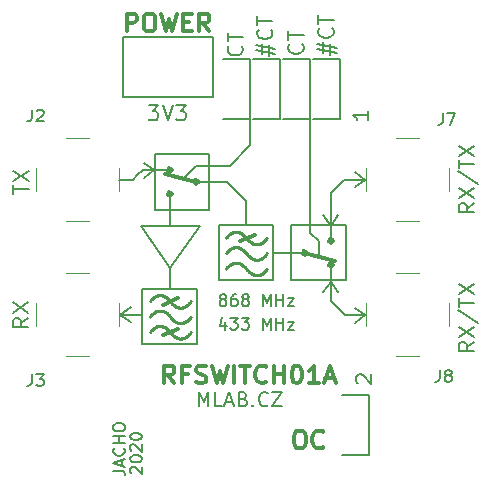
<source format=gbr>
%TF.GenerationSoftware,KiCad,Pcbnew,7.0.7-7.0.7~ubuntu23.04.1*%
%TF.CreationDate,2023-09-11T00:59:19+00:00*%
%TF.ProjectId,RFSWITCH01,52465357-4954-4434-9830-312e6b696361,rev?*%
%TF.SameCoordinates,Original*%
%TF.FileFunction,Legend,Top*%
%TF.FilePolarity,Positive*%
%FSLAX46Y46*%
G04 Gerber Fmt 4.6, Leading zero omitted, Abs format (unit mm)*
G04 Created by KiCad (PCBNEW 7.0.7-7.0.7~ubuntu23.04.1) date 2023-09-11 00:59:19*
%MOMM*%
%LPD*%
G01*
G04 APERTURE LIST*
%ADD10C,0.281999*%
%ADD11C,0.150000*%
%ADD12C,0.500000*%
%ADD13C,0.028222*%
%ADD14C,0.300000*%
%ADD15C,0.200000*%
%ADD16C,0.120000*%
G04 APERTURE END LIST*
D10*
X149791433Y-98746633D02*
X149738731Y-98790221D01*
X156136509Y-94773032D02*
X156083187Y-94808728D01*
D11*
X145899800Y-98290000D02*
X144091609Y-98290000D01*
D10*
X148419870Y-98599437D02*
X148364632Y-98537272D01*
X149895809Y-97339400D02*
X149843799Y-97390780D01*
X156500327Y-93105356D02*
X156449491Y-93168241D01*
X149197152Y-100314037D02*
X149141938Y-100312998D01*
X148530678Y-100018567D02*
X148475225Y-99965431D01*
X155037010Y-94702025D02*
X154981478Y-94653367D01*
X153491903Y-91371271D02*
X153545741Y-91343566D01*
D11*
X144091609Y-98290000D02*
X144960000Y-98925000D01*
D10*
X156346609Y-93282556D02*
X156294599Y-93333936D01*
X149632387Y-98865572D02*
X149578782Y-98897285D01*
X147588456Y-96643836D02*
X147643965Y-96657566D01*
X155975712Y-94868147D02*
X155921596Y-94891821D01*
X147588456Y-97952192D02*
X147643965Y-97965922D01*
X149632387Y-100173928D02*
X149578782Y-100205641D01*
X155092604Y-92129519D02*
X155037010Y-92085313D01*
X153332038Y-91478336D02*
X153385033Y-91438681D01*
D11*
X161912600Y-94069000D02*
X161912600Y-97117000D01*
D10*
X146570527Y-99779912D02*
X146621360Y-99717028D01*
D11*
X148165000Y-86030600D02*
X146005000Y-86030600D01*
X148255000Y-94311000D02*
X148255000Y-96055000D01*
D10*
X147094941Y-98017122D02*
X147149026Y-97993448D01*
D11*
X161912600Y-92037000D02*
X161912600Y-87973000D01*
X163967604Y-97713900D02*
X164835995Y-98348900D01*
D12*
X148365000Y-88062600D02*
G75*
G03*
X148365000Y-88062600I-100000J0D01*
G01*
D10*
X154039256Y-93895348D02*
X154094765Y-93909078D01*
X153123398Y-92984397D02*
X153175022Y-92929157D01*
X147367476Y-97939572D02*
X147422527Y-97936431D01*
X155647952Y-92332125D02*
X155592738Y-92331086D01*
X148586210Y-97450513D02*
X148530678Y-97401855D01*
X147367476Y-99247928D02*
X147422527Y-99244787D01*
X146776215Y-99551332D02*
X146828560Y-99503836D01*
X148200020Y-99651032D02*
X148255335Y-99713196D01*
X149252229Y-100310897D02*
X149197152Y-100314037D01*
X147257864Y-99266653D02*
X147312582Y-99255225D01*
X156189531Y-94733377D02*
X156136509Y-94773032D01*
X149738731Y-97481865D02*
X149685709Y-97521520D01*
X147257864Y-97958297D02*
X147312582Y-97946869D01*
D11*
X161912600Y-97117000D02*
X163131800Y-98336200D01*
X155080000Y-83959800D02*
X153378200Y-85661600D01*
D10*
X148033511Y-99491599D02*
X148089090Y-99540258D01*
X154317327Y-91390328D02*
X154373012Y-91425703D01*
X148364632Y-98537272D02*
X148309527Y-98470556D01*
X153227015Y-92877776D02*
X153279360Y-92830280D01*
X156189531Y-92116665D02*
X156136509Y-92156320D01*
X149416451Y-98968281D02*
X149361896Y-98983816D01*
X147094941Y-96708766D02*
X147149026Y-96685092D01*
X146672598Y-98349597D02*
X146724222Y-98294357D01*
X146987527Y-98076541D02*
X147041103Y-98044827D01*
X149361896Y-97675460D02*
X149307150Y-97686888D01*
X148033511Y-98183243D02*
X148089090Y-98231902D01*
X149578782Y-98897285D02*
X149524912Y-98924991D01*
X153491903Y-93987983D02*
X153545741Y-93960278D01*
D11*
X164835995Y-98348900D02*
X163967604Y-97713900D01*
D10*
X147699544Y-96675575D02*
X147755176Y-96697889D01*
X147977879Y-99447394D02*
X148033511Y-99491599D01*
X147041103Y-96736471D02*
X147094941Y-96708766D01*
X155812696Y-92310260D02*
X155757950Y-92321688D01*
D11*
X145962200Y-96081400D02*
X150585000Y-96081400D01*
X150585000Y-100755000D01*
X145962200Y-100755000D01*
X145962200Y-96081400D01*
D10*
X146776215Y-98242976D02*
X146828560Y-98195480D01*
X153279360Y-91521924D02*
X153332038Y-91478336D01*
X154428679Y-92773838D02*
X154484311Y-92818043D01*
X154094765Y-92600722D02*
X154150344Y-92618731D01*
X154981478Y-93345011D02*
X154926025Y-93291875D01*
D11*
X160160000Y-91376600D02*
X160871200Y-92087800D01*
X145540600Y-86495000D02*
X145140600Y-86895000D01*
D10*
X155592738Y-93639442D02*
X155537404Y-93634197D01*
X153599826Y-92628248D02*
X153654140Y-92608632D01*
D11*
X163131800Y-98336200D02*
X164909800Y-98336200D01*
D10*
X147755176Y-98006245D02*
X147810843Y-98032888D01*
X156189531Y-93425021D02*
X156136509Y-93464676D01*
X153545741Y-92651922D02*
X153599826Y-92628248D01*
X148255335Y-99713196D02*
X148310527Y-99779912D01*
X148530678Y-98710211D02*
X148475225Y-98657075D01*
X147367476Y-96631216D02*
X147422527Y-96628075D01*
X148089090Y-96923546D02*
X148144599Y-96976682D01*
X147094941Y-99325478D02*
X147149026Y-99301804D01*
X154981478Y-94653367D02*
X154926025Y-94600231D01*
D11*
X161925300Y-95514405D02*
X162560300Y-96382796D01*
D10*
X156294599Y-92025580D02*
X156242233Y-92073077D01*
X155757950Y-93630044D02*
X155703029Y-93637341D01*
X146724222Y-98294357D02*
X146776215Y-98242976D01*
D12*
X159777400Y-93053000D02*
G75*
G03*
X159777400Y-93053000I-100000J0D01*
G01*
D11*
X161925300Y-95514405D02*
X161290300Y-96382796D01*
D10*
X153385033Y-92747037D02*
X153438327Y-92711341D01*
X155921596Y-94891821D02*
X155867251Y-94911437D01*
X149524912Y-98924991D02*
X149470796Y-98948665D01*
X156136509Y-93464676D02*
X156083187Y-93500372D01*
X153873327Y-92571231D02*
X153928520Y-92572271D01*
X149307150Y-98995244D02*
X149252229Y-99002541D01*
X156500327Y-91797000D02*
X156449491Y-91859885D01*
X153227015Y-91569420D02*
X153279360Y-91521924D01*
X146934233Y-96803881D02*
X146987527Y-96768185D01*
X153763382Y-91273313D02*
X153818276Y-91266016D01*
D13*
X154903327Y-93249356D02*
X154903327Y-93249356D01*
D10*
X154650820Y-92977476D02*
X154706135Y-93039640D01*
X155867251Y-92294725D02*
X155812696Y-92310260D01*
X154428679Y-91465482D02*
X154484311Y-91509687D01*
X153873327Y-93879587D02*
X153928520Y-93880627D01*
X154373012Y-92734059D02*
X154428679Y-92773838D01*
X146828560Y-98195480D02*
X146881238Y-98151892D01*
D14*
X150500200Y-87046600D02*
X147909400Y-86386200D01*
D10*
X155203905Y-92204672D02*
X155148242Y-92169297D01*
X155315236Y-92262312D02*
X155259576Y-92235669D01*
D13*
X154903327Y-94557712D02*
X154903327Y-94557712D01*
D10*
X147977879Y-96830682D02*
X148033511Y-96874887D01*
D11*
X164835995Y-86868100D02*
X163967604Y-87503100D01*
D10*
X146570527Y-97163200D02*
X146621360Y-97100316D01*
X148697442Y-100151209D02*
X148641804Y-100111431D01*
X153438327Y-92711341D02*
X153491903Y-92679627D01*
X155975712Y-93559791D02*
X155921596Y-93583465D01*
X154815432Y-93172072D02*
X154760327Y-93105356D01*
X148753105Y-98878228D02*
X148697442Y-98842853D01*
X149947446Y-98592516D02*
X149895809Y-98647756D01*
X153175022Y-94237513D02*
X153227015Y-94186132D01*
X148419870Y-99907793D02*
X148364632Y-99845628D01*
X147643965Y-99274278D02*
X147699544Y-99292287D01*
D11*
X161290300Y-96382796D02*
X161925300Y-95514405D01*
X161899900Y-90743995D02*
X162534900Y-89875604D01*
X146005000Y-86030600D02*
X145540600Y-86495000D01*
D10*
X153385033Y-91438681D02*
X153438327Y-91402985D01*
X148753105Y-100186584D02*
X148697442Y-100151209D01*
X155037010Y-92085313D02*
X154981478Y-92036655D01*
X148200020Y-98342676D02*
X148255335Y-98404840D01*
X153545741Y-93960278D02*
X153599826Y-93936604D01*
X153021327Y-94414712D02*
X153072160Y-94351828D01*
X155703029Y-92328985D02*
X155647952Y-92332125D01*
X154926025Y-94600231D02*
X154870670Y-94542593D01*
X147922212Y-98099259D02*
X147977879Y-98139038D01*
X148864436Y-97627512D02*
X148808776Y-97600869D01*
X147257864Y-96649941D02*
X147312582Y-96638513D01*
X153654140Y-93916988D02*
X153708664Y-93901453D01*
X147643965Y-97965922D02*
X147699544Y-97983931D01*
X149252229Y-99002541D02*
X149197152Y-99005681D01*
D11*
X146086004Y-85420300D02*
X146954395Y-86055300D01*
D10*
X147149026Y-96685092D02*
X147203340Y-96665476D01*
X148089090Y-98231902D02*
X148144599Y-98285038D01*
X147149026Y-97993448D02*
X147203340Y-97973832D01*
X147866527Y-96755528D02*
X147922212Y-96790903D01*
X147203340Y-99282188D02*
X147257864Y-99266653D01*
X156136509Y-92156320D02*
X156083187Y-92192016D01*
D11*
X144960000Y-98925000D02*
X144091609Y-98290000D01*
D10*
X147866527Y-98063884D02*
X147922212Y-98099259D01*
X148697442Y-98842853D02*
X148641804Y-98803075D01*
X155537404Y-94942553D02*
X155481969Y-94933077D01*
X146881238Y-99460248D02*
X146934233Y-99420593D01*
X153021327Y-91798000D02*
X153072160Y-91735116D01*
X154094765Y-91292366D02*
X154150344Y-91310375D01*
X153385033Y-94055393D02*
X153438327Y-94019697D01*
X149141938Y-97696286D02*
X149086604Y-97691041D01*
X149086604Y-97691041D02*
X149031169Y-97681565D01*
X155537404Y-93634197D02*
X155481969Y-93624721D01*
X149578782Y-97588929D02*
X149524912Y-97616635D01*
X156242233Y-94689789D02*
X156189531Y-94733377D01*
X149141938Y-99004642D02*
X149086604Y-98999397D01*
X154650820Y-94285832D02*
X154706135Y-94347996D01*
X155370867Y-93592982D02*
X155315236Y-93570668D01*
X147203340Y-97973832D02*
X147257864Y-97958297D01*
X153072160Y-91735116D02*
X153123398Y-91676041D01*
X148033511Y-96874887D02*
X148089090Y-96923546D01*
X154150344Y-92618731D02*
X154205976Y-92641045D01*
X147922212Y-96790903D02*
X147977879Y-96830682D01*
D11*
X158559800Y-90716200D02*
X163182600Y-90716200D01*
X163182600Y-95389800D01*
X158559800Y-95389800D01*
X158559800Y-90716200D01*
D10*
X154815432Y-91863716D02*
X154760327Y-91797000D01*
X146621360Y-97100316D02*
X146672598Y-97041241D01*
X148697442Y-97534497D02*
X148641804Y-97494719D01*
X148586210Y-98758869D02*
X148530678Y-98710211D01*
X156449491Y-93168241D02*
X156398246Y-93227316D01*
X148144599Y-96976682D02*
X148200020Y-97034320D01*
X146570527Y-98471556D02*
X146621360Y-98408672D01*
X149738731Y-98790221D02*
X149685709Y-98829876D01*
X154870670Y-93234237D02*
X154815432Y-93172072D01*
X146672598Y-97041241D02*
X146724222Y-96986001D01*
X149361896Y-98983816D02*
X149307150Y-98995244D01*
X154926025Y-91983519D02*
X154870670Y-91925881D01*
X146934233Y-99420593D02*
X146987527Y-99384897D01*
D11*
X152413000Y-90716200D02*
X157035800Y-90716200D01*
X157035800Y-95389800D01*
X152413000Y-95389800D01*
X152413000Y-90716200D01*
D10*
X147533035Y-99251072D02*
X147588456Y-99260548D01*
X156346609Y-91974200D02*
X156294599Y-92025580D01*
X149307150Y-97686888D02*
X149252229Y-97694185D01*
X149416451Y-97659925D02*
X149361896Y-97675460D01*
X148808776Y-100217581D02*
X148753105Y-100186584D01*
X155647952Y-93640481D02*
X155592738Y-93639442D01*
X149470796Y-97640309D02*
X149416451Y-97659925D01*
X155757950Y-94938400D02*
X155703029Y-94945697D01*
X149632387Y-97557216D02*
X149578782Y-97588929D01*
X155370867Y-92284626D02*
X155315236Y-92262312D01*
X147312582Y-99255225D02*
X147367476Y-99247928D01*
X154595399Y-94228194D02*
X154650820Y-94285832D01*
D13*
X148452527Y-98614556D02*
X148452527Y-98614556D01*
D10*
X156449491Y-94476597D02*
X156398246Y-94535672D01*
X154205976Y-92641045D02*
X154261643Y-92667688D01*
X155592738Y-92331086D02*
X155537404Y-92325841D01*
X156029582Y-94840441D02*
X155975712Y-94868147D01*
X149470796Y-100257021D02*
X149416451Y-100276637D01*
X146987527Y-96768185D02*
X147041103Y-96736471D01*
X149416451Y-100276637D02*
X149361896Y-100292172D01*
X149031169Y-100298277D02*
X148975650Y-100284547D01*
D12*
X148365000Y-86030600D02*
G75*
G03*
X148365000Y-86030600I-100000J0D01*
G01*
D10*
X147533035Y-97942716D02*
X147588456Y-97952192D01*
D11*
X162534900Y-89875604D02*
X161899900Y-90743995D01*
D10*
X149895809Y-99956112D02*
X149843799Y-100007492D01*
D11*
X150495000Y-87035000D02*
X150500200Y-87075000D01*
X160160000Y-81750000D02*
X160160000Y-91376600D01*
D10*
X149524912Y-97616635D02*
X149470796Y-97640309D01*
X149998691Y-98533441D02*
X149947446Y-98592516D01*
X155921596Y-92275109D02*
X155867251Y-92294725D01*
X149998691Y-99841797D02*
X149947446Y-99900872D01*
X148920067Y-97649826D02*
X148864436Y-97627512D01*
D11*
X153378200Y-85661600D02*
X150533400Y-85661600D01*
D10*
X149031169Y-97681565D02*
X148975650Y-97667835D01*
D11*
X161899900Y-90743995D02*
X161264900Y-89875604D01*
D10*
X149791433Y-100054989D02*
X149738731Y-100098577D01*
X154981478Y-92036655D02*
X154926025Y-91983519D01*
X153654140Y-92608632D02*
X153708664Y-92593097D01*
X155592738Y-94947798D02*
X155537404Y-94942553D01*
X155315236Y-94879024D02*
X155259576Y-94852381D01*
X149843799Y-100007492D02*
X149791433Y-100054989D01*
X156083187Y-92192016D02*
X156029582Y-92223729D01*
X147477720Y-97937471D02*
X147533035Y-97942716D01*
X156029582Y-92223729D02*
X155975712Y-92251435D01*
X156294599Y-93333936D02*
X156242233Y-93381433D01*
X153438327Y-91402985D02*
X153491903Y-91371271D01*
D11*
X161912600Y-87973000D02*
X162928600Y-86957000D01*
D10*
X147312582Y-97946869D02*
X147367476Y-97939572D01*
X148864436Y-100244224D02*
X148808776Y-100217581D01*
X155259576Y-92235669D02*
X155203905Y-92204672D01*
X147755176Y-99314601D02*
X147810843Y-99341244D01*
D11*
X144091609Y-98290000D02*
X144960000Y-97655000D01*
D10*
X155812696Y-93618616D02*
X155757950Y-93630044D01*
X154650820Y-91669120D02*
X154706135Y-91731284D01*
D12*
X162012600Y-92037000D02*
G75*
G03*
X162012600Y-92037000I-100000J0D01*
G01*
D10*
X148586210Y-100067225D02*
X148530678Y-100018567D01*
X148920067Y-98958182D02*
X148864436Y-98935868D01*
D14*
X147735000Y-100040000D02*
X148995000Y-99490000D01*
D10*
X153332038Y-94095048D02*
X153385033Y-94055393D01*
X154484311Y-92818043D02*
X154539890Y-92866702D01*
D14*
X154255000Y-92090000D02*
X155515000Y-91540000D01*
D10*
X154706135Y-94347996D02*
X154761327Y-94414712D01*
X154539890Y-94175058D02*
X154595399Y-94228194D01*
X148808776Y-97600869D02*
X148753105Y-97569872D01*
X156294599Y-94642292D02*
X156242233Y-94689789D01*
D11*
X162928600Y-86957000D02*
X163030200Y-86855400D01*
D10*
X149197152Y-99005681D02*
X149141938Y-99004642D01*
X154039256Y-92586992D02*
X154094765Y-92600722D01*
D13*
X148452527Y-99922912D02*
X148452527Y-99922912D01*
D10*
X154317327Y-92698684D02*
X154373012Y-92734059D01*
X148475225Y-97348719D02*
X148419870Y-97291081D01*
X147312582Y-96638513D02*
X147367476Y-96631216D01*
X155426450Y-94919347D02*
X155370867Y-94901338D01*
X148753105Y-97569872D02*
X148697442Y-97534497D01*
X154373012Y-91425703D02*
X154428679Y-91465482D01*
X146776215Y-96934620D02*
X146828560Y-96887124D01*
X147422527Y-99244787D02*
X147477720Y-99245827D01*
X153708664Y-91284741D02*
X153763382Y-91273313D01*
X153873327Y-91262875D02*
X153928520Y-91263915D01*
X153928520Y-92572271D02*
X153983835Y-92577516D01*
X146881238Y-98151892D02*
X146934233Y-98112237D01*
X154706135Y-93039640D02*
X154761327Y-93106356D01*
X156346609Y-94590912D02*
X156294599Y-94642292D01*
X147203340Y-96665476D02*
X147257864Y-96649941D01*
X154039256Y-91278636D02*
X154094765Y-91292366D01*
X155148242Y-94786009D02*
X155092604Y-94746231D01*
X153763382Y-93890025D02*
X153818276Y-93882728D01*
X153599826Y-93936604D02*
X153654140Y-93916988D01*
X154094765Y-93909078D02*
X154150344Y-93927087D01*
X149998691Y-97225085D02*
X149947446Y-97284160D01*
X155315236Y-93570668D02*
X155259576Y-93544025D01*
X156029582Y-93532085D02*
X155975712Y-93559791D01*
X149141938Y-100312998D02*
X149086604Y-100307753D01*
X149361896Y-100292172D02*
X149307150Y-100303600D01*
X147422527Y-97936431D02*
X147477720Y-97937471D01*
X146724222Y-99602713D02*
X146776215Y-99551332D01*
X153763382Y-92581669D02*
X153818276Y-92574372D01*
X153983835Y-92577516D02*
X154039256Y-92586992D01*
X149685709Y-100138232D02*
X149632387Y-100173928D01*
X153123398Y-94292753D02*
X153175022Y-94237513D01*
X153654140Y-91300276D02*
X153708664Y-91284741D01*
X154595399Y-92919838D02*
X154650820Y-92977476D01*
X149947446Y-99900872D02*
X149895809Y-99956112D01*
D11*
X154725000Y-89515000D02*
X154725000Y-88655000D01*
D10*
X155867251Y-94911437D02*
X155812696Y-94926972D01*
X155203905Y-94821384D02*
X155148242Y-94786009D01*
X155259576Y-94852381D02*
X155203905Y-94821384D01*
X149252229Y-97694185D02*
X149197152Y-97697325D01*
D11*
X150855800Y-90755000D02*
X148265000Y-94311000D01*
D10*
X149031169Y-98989921D02*
X148975650Y-98976191D01*
X149524912Y-100233347D02*
X149470796Y-100257021D01*
X147922212Y-99407615D02*
X147977879Y-99447394D01*
X155481969Y-93624721D02*
X155426450Y-93610991D01*
X146672598Y-99657953D02*
X146724222Y-99602713D01*
X147810843Y-96724532D02*
X147866527Y-96755528D01*
X147477720Y-99245827D02*
X147533035Y-99251072D01*
X156083187Y-94808728D02*
X156029582Y-94840441D01*
X156398246Y-94535672D02*
X156346609Y-94590912D01*
X148200020Y-97034320D02*
X148255335Y-97096484D01*
X146881238Y-96843536D02*
X146934233Y-96803881D01*
X148419870Y-97291081D02*
X148364632Y-97228916D01*
D12*
X162012600Y-94069000D02*
G75*
G03*
X162012600Y-94069000I-100000J0D01*
G01*
D11*
X146954395Y-86055300D02*
X146086004Y-86690300D01*
D10*
X153708664Y-93901453D02*
X153763382Y-93890025D01*
X148975650Y-97667835D02*
X148920067Y-97649826D01*
X154205976Y-93949401D02*
X154261643Y-93976044D01*
X153175022Y-91620801D02*
X153227015Y-91569420D01*
X154150344Y-91310375D02*
X154205976Y-91332689D01*
D11*
X154725000Y-88655000D02*
X153105000Y-87035000D01*
D10*
X148144599Y-99593394D02*
X148200020Y-99651032D01*
X148530678Y-97401855D02*
X148475225Y-97348719D01*
X154926025Y-93291875D02*
X154870670Y-93234237D01*
X153175022Y-92929157D02*
X153227015Y-92877776D01*
X147699544Y-97983931D02*
X147755176Y-98006245D01*
X148641804Y-100111431D02*
X148586210Y-100067225D01*
X153818276Y-93882728D02*
X153873327Y-93879587D01*
X154150344Y-93927087D02*
X154205976Y-93949401D01*
X147149026Y-99301804D02*
X147203340Y-99282188D01*
D13*
X148452527Y-97306200D02*
X148452527Y-97306200D01*
D10*
X154205976Y-91332689D02*
X154261643Y-91359332D01*
D11*
X148265000Y-88062600D02*
X148265000Y-90755000D01*
D13*
X154903327Y-91941000D02*
X154903327Y-91941000D01*
D10*
X154815432Y-94480428D02*
X154760327Y-94413712D01*
X156500327Y-94413712D02*
X156449491Y-94476597D01*
D11*
X159677400Y-93053000D02*
X157035800Y-93053000D01*
D10*
X148475225Y-99965431D02*
X148419870Y-99907793D01*
X153983835Y-91269160D02*
X154039256Y-91278636D01*
D11*
X150533400Y-85661600D02*
X149466600Y-86728400D01*
D10*
X155921596Y-93583465D02*
X155867251Y-93603081D01*
X148144599Y-98285038D02*
X148200020Y-98342676D01*
X149895809Y-98647756D02*
X149843799Y-98699136D01*
X149197152Y-97697325D02*
X149141938Y-97696286D01*
D14*
X159677400Y-93053000D02*
X162268200Y-93713400D01*
D10*
X154261643Y-93976044D02*
X154317327Y-94007040D01*
X153708664Y-92593097D02*
X153763382Y-92581669D01*
X155148242Y-93477653D02*
X155092604Y-93437875D01*
D14*
X147735000Y-97450000D02*
X148995000Y-96900000D01*
D10*
X154428679Y-94082194D02*
X154484311Y-94126399D01*
X155037010Y-93393669D02*
X154981478Y-93345011D01*
X146934233Y-98112237D02*
X146987527Y-98076541D01*
X153545741Y-91343566D02*
X153599826Y-91319892D01*
X147477720Y-96629115D02*
X147533035Y-96634360D01*
D11*
X145140600Y-86895000D02*
X143995000Y-86895000D01*
D10*
X150049527Y-97162200D02*
X149998691Y-97225085D01*
X146828560Y-96887124D02*
X146881238Y-96843536D01*
X149685709Y-98829876D02*
X149632387Y-98865572D01*
X148808776Y-98909225D02*
X148753105Y-98878228D01*
X149086604Y-98999397D02*
X149031169Y-98989921D01*
X155092604Y-94746231D02*
X155037010Y-94702025D01*
X154484311Y-91509687D02*
X154539890Y-91558346D01*
X149791433Y-97438277D02*
X149738731Y-97481865D01*
X156398246Y-91918960D02*
X156346609Y-91974200D01*
X153279360Y-94138636D02*
X153332038Y-94095048D01*
X153332038Y-92786692D02*
X153385033Y-92747037D01*
X155481969Y-92316365D02*
X155426450Y-92302635D01*
X149947446Y-97284160D02*
X149895809Y-97339400D01*
X155757950Y-92321688D02*
X155703029Y-92328985D01*
X154706135Y-91731284D02*
X154761327Y-91798000D01*
D11*
X148265000Y-94311000D02*
X145877400Y-90755000D01*
D10*
X154870670Y-91925881D02*
X154815432Y-91863716D01*
X156449491Y-91859885D02*
X156398246Y-91918960D01*
X155426450Y-93610991D02*
X155370867Y-93592982D01*
X148475225Y-98657075D02*
X148419870Y-98599437D01*
X147810843Y-99341244D02*
X147866527Y-99372240D01*
D11*
X154724400Y-90716200D02*
X154724400Y-89497000D01*
D10*
X153021327Y-93106356D02*
X153072160Y-93043472D01*
X147588456Y-99260548D02*
X147643965Y-99274278D01*
X147643965Y-96657566D02*
X147699544Y-96675575D01*
X155481969Y-94933077D02*
X155426450Y-94919347D01*
X153072160Y-94351828D02*
X153123398Y-94292753D01*
D11*
X163967604Y-86233100D02*
X164835995Y-86868100D01*
D10*
X156083187Y-93500372D02*
X156029582Y-93532085D01*
X153928520Y-91263915D02*
X153983835Y-91269160D01*
X148089090Y-99540258D02*
X148144599Y-99593394D01*
D11*
X146995000Y-84709800D02*
X151617800Y-84709800D01*
X151617800Y-89383400D01*
X146995000Y-89383400D01*
X146995000Y-84709800D01*
D10*
X154595399Y-91611482D02*
X154650820Y-91669120D01*
X153438327Y-94019697D02*
X153491903Y-93987983D01*
X149578782Y-100205641D02*
X149524912Y-100233347D01*
X146621360Y-99717028D02*
X146672598Y-99657953D01*
D11*
X146954395Y-86055300D02*
X146086004Y-85420300D01*
D10*
X155092604Y-93437875D02*
X155037010Y-93393669D01*
X147977879Y-98139038D02*
X148033511Y-98183243D01*
X154539890Y-92866702D02*
X154595399Y-92919838D01*
D11*
X145928200Y-90755000D02*
X150855800Y-90755000D01*
D10*
X148255335Y-97096484D02*
X148310527Y-97163200D01*
X155426450Y-92302635D02*
X155370867Y-92284626D01*
X147755176Y-96697889D02*
X147810843Y-96724532D01*
X154539890Y-91558346D02*
X154595399Y-91611482D01*
X153599826Y-91319892D02*
X153654140Y-91300276D01*
X155703029Y-93637341D02*
X155647952Y-93640481D01*
X153983835Y-93885872D02*
X154039256Y-93895348D01*
D11*
X163030200Y-86855400D02*
X164909800Y-86855400D01*
D10*
X156242233Y-92073077D02*
X156189531Y-92116665D01*
X147810843Y-98032888D02*
X147866527Y-98063884D01*
X154317327Y-94007040D02*
X154373012Y-94042415D01*
X153818276Y-92574372D02*
X153873327Y-92571231D01*
X148920067Y-100266538D02*
X148864436Y-100244224D01*
X149843799Y-97390780D02*
X149791433Y-97438277D01*
X156398246Y-93227316D02*
X156346609Y-93282556D01*
X148255335Y-98404840D02*
X148310527Y-98471556D01*
D11*
X153105000Y-87035000D02*
X150495000Y-87035000D01*
D10*
X148364632Y-97228916D02*
X148309527Y-97162200D01*
D11*
X164909800Y-86855400D02*
X164909800Y-86830000D01*
D10*
X148641804Y-97494719D02*
X148586210Y-97450513D01*
X150049527Y-98470556D02*
X149998691Y-98533441D01*
X149685709Y-97521520D02*
X149632387Y-97557216D01*
X149086604Y-100307753D02*
X149031169Y-100298277D01*
D11*
X164835995Y-86868100D02*
X163967604Y-86233100D01*
D10*
X155647952Y-94948837D02*
X155592738Y-94947798D01*
X147699544Y-99292287D02*
X147755176Y-99314601D01*
X146987527Y-99384897D02*
X147041103Y-99353183D01*
X149470796Y-98948665D02*
X149416451Y-98968281D01*
X146828560Y-99503836D02*
X146881238Y-99460248D01*
X154261643Y-92667688D02*
X154317327Y-92698684D01*
X155148242Y-92169297D02*
X155092604Y-92129519D01*
X147041103Y-98044827D02*
X147094941Y-98017122D01*
X155259576Y-93544025D02*
X155203905Y-93513028D01*
X150049527Y-99778912D02*
X149998691Y-99841797D01*
X154484311Y-94126399D02*
X154539890Y-94175058D01*
X155203905Y-93513028D02*
X155148242Y-93477653D01*
X154870670Y-94542593D02*
X154815432Y-94480428D01*
X147866527Y-99372240D02*
X147922212Y-99407615D01*
X153227015Y-94186132D02*
X153279360Y-94138636D01*
X146621360Y-98408672D02*
X146672598Y-98349597D01*
X149307150Y-100303600D02*
X149252229Y-100310897D01*
D11*
X164835995Y-98348900D02*
X163967604Y-98983900D01*
D10*
X155867251Y-93603081D02*
X155812696Y-93618616D01*
X153928520Y-93880627D02*
X153983835Y-93885872D01*
X156242233Y-93381433D02*
X156189531Y-93425021D01*
X153072160Y-93043472D02*
X153123398Y-92984397D01*
D12*
X150600200Y-87046600D02*
G75*
G03*
X150600200Y-87046600I-100000J0D01*
G01*
D10*
X153491903Y-92679627D02*
X153545741Y-92651922D01*
X147533035Y-96634360D02*
X147588456Y-96643836D01*
X146724222Y-96986001D02*
X146776215Y-96934620D01*
D11*
X160871200Y-92087800D02*
X160871200Y-93307000D01*
D10*
X147041103Y-99353183D02*
X147094941Y-99325478D01*
X154373012Y-94042415D02*
X154428679Y-94082194D01*
X155812696Y-94926972D02*
X155757950Y-94938400D01*
X153123398Y-91676041D02*
X153175022Y-91620801D01*
X148364632Y-99845628D02*
X148309527Y-99778912D01*
X153279360Y-92830280D02*
X153332038Y-92786692D01*
X147422527Y-96628075D02*
X147477720Y-96629115D01*
X149738731Y-100098577D02*
X149685709Y-100138232D01*
X148975650Y-98976191D02*
X148920067Y-98958182D01*
X148641804Y-98803075D02*
X148586210Y-98758869D01*
X155370867Y-94901338D02*
X155315236Y-94879024D01*
X155975712Y-92251435D02*
X155921596Y-92275109D01*
X148975650Y-100284547D02*
X148920067Y-100266538D01*
X155703029Y-94945697D02*
X155647952Y-94948837D01*
X149843799Y-98699136D02*
X149791433Y-98746633D01*
X148864436Y-98935868D02*
X148808776Y-98909225D01*
D11*
X155080000Y-81750000D02*
X155080000Y-83959800D01*
D10*
X153818276Y-91266016D02*
X153873327Y-91262875D01*
X154261643Y-91359332D02*
X154317327Y-91390328D01*
X155537404Y-92325841D02*
X155481969Y-92316365D01*
D15*
X146485476Y-80533004D02*
X147290238Y-80533004D01*
X147290238Y-80533004D02*
X146856904Y-81028242D01*
X146856904Y-81028242D02*
X147042619Y-81028242D01*
X147042619Y-81028242D02*
X147166428Y-81090147D01*
X147166428Y-81090147D02*
X147228333Y-81152052D01*
X147228333Y-81152052D02*
X147290238Y-81275861D01*
X147290238Y-81275861D02*
X147290238Y-81585385D01*
X147290238Y-81585385D02*
X147228333Y-81709195D01*
X147228333Y-81709195D02*
X147166428Y-81771100D01*
X147166428Y-81771100D02*
X147042619Y-81833004D01*
X147042619Y-81833004D02*
X146671190Y-81833004D01*
X146671190Y-81833004D02*
X146547381Y-81771100D01*
X146547381Y-81771100D02*
X146485476Y-81709195D01*
X147661666Y-80533004D02*
X148094999Y-81833004D01*
X148094999Y-81833004D02*
X148528333Y-80533004D01*
X148837857Y-80533004D02*
X149642619Y-80533004D01*
X149642619Y-80533004D02*
X149209285Y-81028242D01*
X149209285Y-81028242D02*
X149395000Y-81028242D01*
X149395000Y-81028242D02*
X149518809Y-81090147D01*
X149518809Y-81090147D02*
X149580714Y-81152052D01*
X149580714Y-81152052D02*
X149642619Y-81275861D01*
X149642619Y-81275861D02*
X149642619Y-81585385D01*
X149642619Y-81585385D02*
X149580714Y-81709195D01*
X149580714Y-81709195D02*
X149518809Y-81771100D01*
X149518809Y-81771100D02*
X149395000Y-81833004D01*
X149395000Y-81833004D02*
X149023571Y-81833004D01*
X149023571Y-81833004D02*
X148899762Y-81771100D01*
X148899762Y-81771100D02*
X148837857Y-81709195D01*
X161281338Y-76156634D02*
X161281338Y-75228063D01*
X160724195Y-75785206D02*
X162395623Y-76156634D01*
X161838480Y-75351873D02*
X161838480Y-76280444D01*
X162395623Y-75723301D02*
X160724195Y-75351873D01*
X162024195Y-74051873D02*
X162086100Y-74113777D01*
X162086100Y-74113777D02*
X162148004Y-74299492D01*
X162148004Y-74299492D02*
X162148004Y-74423301D01*
X162148004Y-74423301D02*
X162086100Y-74609015D01*
X162086100Y-74609015D02*
X161962290Y-74732825D01*
X161962290Y-74732825D02*
X161838480Y-74794730D01*
X161838480Y-74794730D02*
X161590861Y-74856634D01*
X161590861Y-74856634D02*
X161405147Y-74856634D01*
X161405147Y-74856634D02*
X161157528Y-74794730D01*
X161157528Y-74794730D02*
X161033719Y-74732825D01*
X161033719Y-74732825D02*
X160909909Y-74609015D01*
X160909909Y-74609015D02*
X160848004Y-74423301D01*
X160848004Y-74423301D02*
X160848004Y-74299492D01*
X160848004Y-74299492D02*
X160909909Y-74113777D01*
X160909909Y-74113777D02*
X160971814Y-74051873D01*
X160848004Y-73680444D02*
X160848004Y-72937587D01*
X162148004Y-73309015D02*
X160848004Y-73309015D01*
X165094404Y-81048370D02*
X165094404Y-81791227D01*
X165094404Y-81419799D02*
X163794404Y-81419799D01*
X163794404Y-81419799D02*
X163980119Y-81543608D01*
X163980119Y-81543608D02*
X164103928Y-81667418D01*
X164103928Y-81667418D02*
X164165833Y-81791227D01*
D14*
X144630713Y-74300328D02*
X144630713Y-72800328D01*
X144630713Y-72800328D02*
X145202142Y-72800328D01*
X145202142Y-72800328D02*
X145344999Y-72871757D01*
X145344999Y-72871757D02*
X145416428Y-72943185D01*
X145416428Y-72943185D02*
X145487856Y-73086042D01*
X145487856Y-73086042D02*
X145487856Y-73300328D01*
X145487856Y-73300328D02*
X145416428Y-73443185D01*
X145416428Y-73443185D02*
X145344999Y-73514614D01*
X145344999Y-73514614D02*
X145202142Y-73586042D01*
X145202142Y-73586042D02*
X144630713Y-73586042D01*
X146416428Y-72800328D02*
X146702142Y-72800328D01*
X146702142Y-72800328D02*
X146844999Y-72871757D01*
X146844999Y-72871757D02*
X146987856Y-73014614D01*
X146987856Y-73014614D02*
X147059285Y-73300328D01*
X147059285Y-73300328D02*
X147059285Y-73800328D01*
X147059285Y-73800328D02*
X146987856Y-74086042D01*
X146987856Y-74086042D02*
X146844999Y-74228900D01*
X146844999Y-74228900D02*
X146702142Y-74300328D01*
X146702142Y-74300328D02*
X146416428Y-74300328D01*
X146416428Y-74300328D02*
X146273571Y-74228900D01*
X146273571Y-74228900D02*
X146130713Y-74086042D01*
X146130713Y-74086042D02*
X146059285Y-73800328D01*
X146059285Y-73800328D02*
X146059285Y-73300328D01*
X146059285Y-73300328D02*
X146130713Y-73014614D01*
X146130713Y-73014614D02*
X146273571Y-72871757D01*
X146273571Y-72871757D02*
X146416428Y-72800328D01*
X147559285Y-72800328D02*
X147916428Y-74300328D01*
X147916428Y-74300328D02*
X148202142Y-73228900D01*
X148202142Y-73228900D02*
X148487857Y-74300328D01*
X148487857Y-74300328D02*
X148845000Y-72800328D01*
X149416428Y-73514614D02*
X149916428Y-73514614D01*
X150130714Y-74300328D02*
X149416428Y-74300328D01*
X149416428Y-74300328D02*
X149416428Y-72800328D01*
X149416428Y-72800328D02*
X150130714Y-72800328D01*
X151630714Y-74300328D02*
X151130714Y-73586042D01*
X150773571Y-74300328D02*
X150773571Y-72800328D01*
X150773571Y-72800328D02*
X151345000Y-72800328D01*
X151345000Y-72800328D02*
X151487857Y-72871757D01*
X151487857Y-72871757D02*
X151559286Y-72943185D01*
X151559286Y-72943185D02*
X151630714Y-73086042D01*
X151630714Y-73086042D02*
X151630714Y-73300328D01*
X151630714Y-73300328D02*
X151559286Y-73443185D01*
X151559286Y-73443185D02*
X151487857Y-73514614D01*
X151487857Y-73514614D02*
X151345000Y-73586042D01*
X151345000Y-73586042D02*
X150773571Y-73586042D01*
D15*
X174035204Y-88867304D02*
X173416157Y-89300637D01*
X174035204Y-89610161D02*
X172735204Y-89610161D01*
X172735204Y-89610161D02*
X172735204Y-89114923D01*
X172735204Y-89114923D02*
X172797109Y-88991113D01*
X172797109Y-88991113D02*
X172859014Y-88929208D01*
X172859014Y-88929208D02*
X172982823Y-88867304D01*
X172982823Y-88867304D02*
X173168538Y-88867304D01*
X173168538Y-88867304D02*
X173292347Y-88929208D01*
X173292347Y-88929208D02*
X173354252Y-88991113D01*
X173354252Y-88991113D02*
X173416157Y-89114923D01*
X173416157Y-89114923D02*
X173416157Y-89610161D01*
X172735204Y-88433970D02*
X174035204Y-87567304D01*
X172735204Y-87567304D02*
X174035204Y-88433970D01*
X172673300Y-86143494D02*
X174344728Y-87257780D01*
X172735204Y-85895875D02*
X172735204Y-85153018D01*
X174035204Y-85524446D02*
X172735204Y-85524446D01*
X172735204Y-84843494D02*
X174035204Y-83976828D01*
X172735204Y-83976828D02*
X174035204Y-84843494D01*
D11*
X152684828Y-97000390D02*
X152589590Y-96952771D01*
X152589590Y-96952771D02*
X152541971Y-96905152D01*
X152541971Y-96905152D02*
X152494352Y-96809914D01*
X152494352Y-96809914D02*
X152494352Y-96762295D01*
X152494352Y-96762295D02*
X152541971Y-96667057D01*
X152541971Y-96667057D02*
X152589590Y-96619438D01*
X152589590Y-96619438D02*
X152684828Y-96571819D01*
X152684828Y-96571819D02*
X152875304Y-96571819D01*
X152875304Y-96571819D02*
X152970542Y-96619438D01*
X152970542Y-96619438D02*
X153018161Y-96667057D01*
X153018161Y-96667057D02*
X153065780Y-96762295D01*
X153065780Y-96762295D02*
X153065780Y-96809914D01*
X153065780Y-96809914D02*
X153018161Y-96905152D01*
X153018161Y-96905152D02*
X152970542Y-96952771D01*
X152970542Y-96952771D02*
X152875304Y-97000390D01*
X152875304Y-97000390D02*
X152684828Y-97000390D01*
X152684828Y-97000390D02*
X152589590Y-97048009D01*
X152589590Y-97048009D02*
X152541971Y-97095628D01*
X152541971Y-97095628D02*
X152494352Y-97190866D01*
X152494352Y-97190866D02*
X152494352Y-97381342D01*
X152494352Y-97381342D02*
X152541971Y-97476580D01*
X152541971Y-97476580D02*
X152589590Y-97524200D01*
X152589590Y-97524200D02*
X152684828Y-97571819D01*
X152684828Y-97571819D02*
X152875304Y-97571819D01*
X152875304Y-97571819D02*
X152970542Y-97524200D01*
X152970542Y-97524200D02*
X153018161Y-97476580D01*
X153018161Y-97476580D02*
X153065780Y-97381342D01*
X153065780Y-97381342D02*
X153065780Y-97190866D01*
X153065780Y-97190866D02*
X153018161Y-97095628D01*
X153018161Y-97095628D02*
X152970542Y-97048009D01*
X152970542Y-97048009D02*
X152875304Y-97000390D01*
X153922923Y-96571819D02*
X153732447Y-96571819D01*
X153732447Y-96571819D02*
X153637209Y-96619438D01*
X153637209Y-96619438D02*
X153589590Y-96667057D01*
X153589590Y-96667057D02*
X153494352Y-96809914D01*
X153494352Y-96809914D02*
X153446733Y-97000390D01*
X153446733Y-97000390D02*
X153446733Y-97381342D01*
X153446733Y-97381342D02*
X153494352Y-97476580D01*
X153494352Y-97476580D02*
X153541971Y-97524200D01*
X153541971Y-97524200D02*
X153637209Y-97571819D01*
X153637209Y-97571819D02*
X153827685Y-97571819D01*
X153827685Y-97571819D02*
X153922923Y-97524200D01*
X153922923Y-97524200D02*
X153970542Y-97476580D01*
X153970542Y-97476580D02*
X154018161Y-97381342D01*
X154018161Y-97381342D02*
X154018161Y-97143247D01*
X154018161Y-97143247D02*
X153970542Y-97048009D01*
X153970542Y-97048009D02*
X153922923Y-97000390D01*
X153922923Y-97000390D02*
X153827685Y-96952771D01*
X153827685Y-96952771D02*
X153637209Y-96952771D01*
X153637209Y-96952771D02*
X153541971Y-97000390D01*
X153541971Y-97000390D02*
X153494352Y-97048009D01*
X153494352Y-97048009D02*
X153446733Y-97143247D01*
X154589590Y-97000390D02*
X154494352Y-96952771D01*
X154494352Y-96952771D02*
X154446733Y-96905152D01*
X154446733Y-96905152D02*
X154399114Y-96809914D01*
X154399114Y-96809914D02*
X154399114Y-96762295D01*
X154399114Y-96762295D02*
X154446733Y-96667057D01*
X154446733Y-96667057D02*
X154494352Y-96619438D01*
X154494352Y-96619438D02*
X154589590Y-96571819D01*
X154589590Y-96571819D02*
X154780066Y-96571819D01*
X154780066Y-96571819D02*
X154875304Y-96619438D01*
X154875304Y-96619438D02*
X154922923Y-96667057D01*
X154922923Y-96667057D02*
X154970542Y-96762295D01*
X154970542Y-96762295D02*
X154970542Y-96809914D01*
X154970542Y-96809914D02*
X154922923Y-96905152D01*
X154922923Y-96905152D02*
X154875304Y-96952771D01*
X154875304Y-96952771D02*
X154780066Y-97000390D01*
X154780066Y-97000390D02*
X154589590Y-97000390D01*
X154589590Y-97000390D02*
X154494352Y-97048009D01*
X154494352Y-97048009D02*
X154446733Y-97095628D01*
X154446733Y-97095628D02*
X154399114Y-97190866D01*
X154399114Y-97190866D02*
X154399114Y-97381342D01*
X154399114Y-97381342D02*
X154446733Y-97476580D01*
X154446733Y-97476580D02*
X154494352Y-97524200D01*
X154494352Y-97524200D02*
X154589590Y-97571819D01*
X154589590Y-97571819D02*
X154780066Y-97571819D01*
X154780066Y-97571819D02*
X154875304Y-97524200D01*
X154875304Y-97524200D02*
X154922923Y-97476580D01*
X154922923Y-97476580D02*
X154970542Y-97381342D01*
X154970542Y-97381342D02*
X154970542Y-97190866D01*
X154970542Y-97190866D02*
X154922923Y-97095628D01*
X154922923Y-97095628D02*
X154875304Y-97048009D01*
X154875304Y-97048009D02*
X154780066Y-97000390D01*
X156161019Y-97571819D02*
X156161019Y-96571819D01*
X156161019Y-96571819D02*
X156494352Y-97286104D01*
X156494352Y-97286104D02*
X156827685Y-96571819D01*
X156827685Y-96571819D02*
X156827685Y-97571819D01*
X157303876Y-97571819D02*
X157303876Y-96571819D01*
X157303876Y-97048009D02*
X157875304Y-97048009D01*
X157875304Y-97571819D02*
X157875304Y-96571819D01*
X158256257Y-96905152D02*
X158780066Y-96905152D01*
X158780066Y-96905152D02*
X158256257Y-97571819D01*
X158256257Y-97571819D02*
X158780066Y-97571819D01*
D15*
X156099738Y-76258234D02*
X156099738Y-75329663D01*
X155542595Y-75886806D02*
X157214023Y-76258234D01*
X156656880Y-75453473D02*
X156656880Y-76382044D01*
X157214023Y-75824901D02*
X155542595Y-75453473D01*
X156842595Y-74153473D02*
X156904500Y-74215377D01*
X156904500Y-74215377D02*
X156966404Y-74401092D01*
X156966404Y-74401092D02*
X156966404Y-74524901D01*
X156966404Y-74524901D02*
X156904500Y-74710615D01*
X156904500Y-74710615D02*
X156780690Y-74834425D01*
X156780690Y-74834425D02*
X156656880Y-74896330D01*
X156656880Y-74896330D02*
X156409261Y-74958234D01*
X156409261Y-74958234D02*
X156223547Y-74958234D01*
X156223547Y-74958234D02*
X155975928Y-74896330D01*
X155975928Y-74896330D02*
X155852119Y-74834425D01*
X155852119Y-74834425D02*
X155728309Y-74710615D01*
X155728309Y-74710615D02*
X155666404Y-74524901D01*
X155666404Y-74524901D02*
X155666404Y-74401092D01*
X155666404Y-74401092D02*
X155728309Y-74215377D01*
X155728309Y-74215377D02*
X155790214Y-74153473D01*
X155666404Y-73782044D02*
X155666404Y-73039187D01*
X156966404Y-73410615D02*
X155666404Y-73410615D01*
X145000857Y-111734485D02*
X144953238Y-111686866D01*
X144953238Y-111686866D02*
X144905619Y-111591628D01*
X144905619Y-111591628D02*
X144905619Y-111353533D01*
X144905619Y-111353533D02*
X144953238Y-111258295D01*
X144953238Y-111258295D02*
X145000857Y-111210676D01*
X145000857Y-111210676D02*
X145096095Y-111163057D01*
X145096095Y-111163057D02*
X145191333Y-111163057D01*
X145191333Y-111163057D02*
X145334190Y-111210676D01*
X145334190Y-111210676D02*
X145905619Y-111782104D01*
X145905619Y-111782104D02*
X145905619Y-111163057D01*
X144905619Y-110544009D02*
X144905619Y-110448771D01*
X144905619Y-110448771D02*
X144953238Y-110353533D01*
X144953238Y-110353533D02*
X145000857Y-110305914D01*
X145000857Y-110305914D02*
X145096095Y-110258295D01*
X145096095Y-110258295D02*
X145286571Y-110210676D01*
X145286571Y-110210676D02*
X145524666Y-110210676D01*
X145524666Y-110210676D02*
X145715142Y-110258295D01*
X145715142Y-110258295D02*
X145810380Y-110305914D01*
X145810380Y-110305914D02*
X145858000Y-110353533D01*
X145858000Y-110353533D02*
X145905619Y-110448771D01*
X145905619Y-110448771D02*
X145905619Y-110544009D01*
X145905619Y-110544009D02*
X145858000Y-110639247D01*
X145858000Y-110639247D02*
X145810380Y-110686866D01*
X145810380Y-110686866D02*
X145715142Y-110734485D01*
X145715142Y-110734485D02*
X145524666Y-110782104D01*
X145524666Y-110782104D02*
X145286571Y-110782104D01*
X145286571Y-110782104D02*
X145096095Y-110734485D01*
X145096095Y-110734485D02*
X145000857Y-110686866D01*
X145000857Y-110686866D02*
X144953238Y-110639247D01*
X144953238Y-110639247D02*
X144905619Y-110544009D01*
X145000857Y-109829723D02*
X144953238Y-109782104D01*
X144953238Y-109782104D02*
X144905619Y-109686866D01*
X144905619Y-109686866D02*
X144905619Y-109448771D01*
X144905619Y-109448771D02*
X144953238Y-109353533D01*
X144953238Y-109353533D02*
X145000857Y-109305914D01*
X145000857Y-109305914D02*
X145096095Y-109258295D01*
X145096095Y-109258295D02*
X145191333Y-109258295D01*
X145191333Y-109258295D02*
X145334190Y-109305914D01*
X145334190Y-109305914D02*
X145905619Y-109877342D01*
X145905619Y-109877342D02*
X145905619Y-109258295D01*
X144905619Y-108639247D02*
X144905619Y-108544009D01*
X144905619Y-108544009D02*
X144953238Y-108448771D01*
X144953238Y-108448771D02*
X145000857Y-108401152D01*
X145000857Y-108401152D02*
X145096095Y-108353533D01*
X145096095Y-108353533D02*
X145286571Y-108305914D01*
X145286571Y-108305914D02*
X145524666Y-108305914D01*
X145524666Y-108305914D02*
X145715142Y-108353533D01*
X145715142Y-108353533D02*
X145810380Y-108401152D01*
X145810380Y-108401152D02*
X145858000Y-108448771D01*
X145858000Y-108448771D02*
X145905619Y-108544009D01*
X145905619Y-108544009D02*
X145905619Y-108639247D01*
X145905619Y-108639247D02*
X145858000Y-108734485D01*
X145858000Y-108734485D02*
X145810380Y-108782104D01*
X145810380Y-108782104D02*
X145715142Y-108829723D01*
X145715142Y-108829723D02*
X145524666Y-108877342D01*
X145524666Y-108877342D02*
X145286571Y-108877342D01*
X145286571Y-108877342D02*
X145096095Y-108829723D01*
X145096095Y-108829723D02*
X145000857Y-108782104D01*
X145000857Y-108782104D02*
X144953238Y-108734485D01*
X144953238Y-108734485D02*
X144905619Y-108639247D01*
X136290804Y-98552866D02*
X135671757Y-98986199D01*
X136290804Y-99295723D02*
X134990804Y-99295723D01*
X134990804Y-99295723D02*
X134990804Y-98800485D01*
X134990804Y-98800485D02*
X135052709Y-98676675D01*
X135052709Y-98676675D02*
X135114614Y-98614770D01*
X135114614Y-98614770D02*
X135238423Y-98552866D01*
X135238423Y-98552866D02*
X135424138Y-98552866D01*
X135424138Y-98552866D02*
X135547947Y-98614770D01*
X135547947Y-98614770D02*
X135609852Y-98676675D01*
X135609852Y-98676675D02*
X135671757Y-98800485D01*
X135671757Y-98800485D02*
X135671757Y-99295723D01*
X134990804Y-98119532D02*
X136290804Y-97252866D01*
X134990804Y-97252866D02*
X136290804Y-98119532D01*
D14*
X159140143Y-108106328D02*
X159425857Y-108106328D01*
X159425857Y-108106328D02*
X159568714Y-108177757D01*
X159568714Y-108177757D02*
X159711571Y-108320614D01*
X159711571Y-108320614D02*
X159783000Y-108606328D01*
X159783000Y-108606328D02*
X159783000Y-109106328D01*
X159783000Y-109106328D02*
X159711571Y-109392042D01*
X159711571Y-109392042D02*
X159568714Y-109534900D01*
X159568714Y-109534900D02*
X159425857Y-109606328D01*
X159425857Y-109606328D02*
X159140143Y-109606328D01*
X159140143Y-109606328D02*
X158997286Y-109534900D01*
X158997286Y-109534900D02*
X158854428Y-109392042D01*
X158854428Y-109392042D02*
X158783000Y-109106328D01*
X158783000Y-109106328D02*
X158783000Y-108606328D01*
X158783000Y-108606328D02*
X158854428Y-108320614D01*
X158854428Y-108320614D02*
X158997286Y-108177757D01*
X158997286Y-108177757D02*
X159140143Y-108106328D01*
X161283000Y-109463471D02*
X161211572Y-109534900D01*
X161211572Y-109534900D02*
X160997286Y-109606328D01*
X160997286Y-109606328D02*
X160854429Y-109606328D01*
X160854429Y-109606328D02*
X160640143Y-109534900D01*
X160640143Y-109534900D02*
X160497286Y-109392042D01*
X160497286Y-109392042D02*
X160425857Y-109249185D01*
X160425857Y-109249185D02*
X160354429Y-108963471D01*
X160354429Y-108963471D02*
X160354429Y-108749185D01*
X160354429Y-108749185D02*
X160425857Y-108463471D01*
X160425857Y-108463471D02*
X160497286Y-108320614D01*
X160497286Y-108320614D02*
X160640143Y-108177757D01*
X160640143Y-108177757D02*
X160854429Y-108106328D01*
X160854429Y-108106328D02*
X160997286Y-108106328D01*
X160997286Y-108106328D02*
X161211572Y-108177757D01*
X161211572Y-108177757D02*
X161283000Y-108249185D01*
D15*
X135041604Y-88049075D02*
X135041604Y-87306218D01*
X136341604Y-87677646D02*
X135041604Y-87677646D01*
X135041604Y-86996694D02*
X136341604Y-86130028D01*
X135041604Y-86130028D02*
X136341604Y-86996694D01*
D14*
X148667286Y-104094528D02*
X148167286Y-103380242D01*
X147810143Y-104094528D02*
X147810143Y-102594528D01*
X147810143Y-102594528D02*
X148381572Y-102594528D01*
X148381572Y-102594528D02*
X148524429Y-102665957D01*
X148524429Y-102665957D02*
X148595858Y-102737385D01*
X148595858Y-102737385D02*
X148667286Y-102880242D01*
X148667286Y-102880242D02*
X148667286Y-103094528D01*
X148667286Y-103094528D02*
X148595858Y-103237385D01*
X148595858Y-103237385D02*
X148524429Y-103308814D01*
X148524429Y-103308814D02*
X148381572Y-103380242D01*
X148381572Y-103380242D02*
X147810143Y-103380242D01*
X149810143Y-103308814D02*
X149310143Y-103308814D01*
X149310143Y-104094528D02*
X149310143Y-102594528D01*
X149310143Y-102594528D02*
X150024429Y-102594528D01*
X150524429Y-104023100D02*
X150738715Y-104094528D01*
X150738715Y-104094528D02*
X151095857Y-104094528D01*
X151095857Y-104094528D02*
X151238715Y-104023100D01*
X151238715Y-104023100D02*
X151310143Y-103951671D01*
X151310143Y-103951671D02*
X151381572Y-103808814D01*
X151381572Y-103808814D02*
X151381572Y-103665957D01*
X151381572Y-103665957D02*
X151310143Y-103523100D01*
X151310143Y-103523100D02*
X151238715Y-103451671D01*
X151238715Y-103451671D02*
X151095857Y-103380242D01*
X151095857Y-103380242D02*
X150810143Y-103308814D01*
X150810143Y-103308814D02*
X150667286Y-103237385D01*
X150667286Y-103237385D02*
X150595857Y-103165957D01*
X150595857Y-103165957D02*
X150524429Y-103023100D01*
X150524429Y-103023100D02*
X150524429Y-102880242D01*
X150524429Y-102880242D02*
X150595857Y-102737385D01*
X150595857Y-102737385D02*
X150667286Y-102665957D01*
X150667286Y-102665957D02*
X150810143Y-102594528D01*
X150810143Y-102594528D02*
X151167286Y-102594528D01*
X151167286Y-102594528D02*
X151381572Y-102665957D01*
X151881571Y-102594528D02*
X152238714Y-104094528D01*
X152238714Y-104094528D02*
X152524428Y-103023100D01*
X152524428Y-103023100D02*
X152810143Y-104094528D01*
X152810143Y-104094528D02*
X153167286Y-102594528D01*
X153738714Y-104094528D02*
X153738714Y-102594528D01*
X154238715Y-102594528D02*
X155095858Y-102594528D01*
X154667286Y-104094528D02*
X154667286Y-102594528D01*
X156453000Y-103951671D02*
X156381572Y-104023100D01*
X156381572Y-104023100D02*
X156167286Y-104094528D01*
X156167286Y-104094528D02*
X156024429Y-104094528D01*
X156024429Y-104094528D02*
X155810143Y-104023100D01*
X155810143Y-104023100D02*
X155667286Y-103880242D01*
X155667286Y-103880242D02*
X155595857Y-103737385D01*
X155595857Y-103737385D02*
X155524429Y-103451671D01*
X155524429Y-103451671D02*
X155524429Y-103237385D01*
X155524429Y-103237385D02*
X155595857Y-102951671D01*
X155595857Y-102951671D02*
X155667286Y-102808814D01*
X155667286Y-102808814D02*
X155810143Y-102665957D01*
X155810143Y-102665957D02*
X156024429Y-102594528D01*
X156024429Y-102594528D02*
X156167286Y-102594528D01*
X156167286Y-102594528D02*
X156381572Y-102665957D01*
X156381572Y-102665957D02*
X156453000Y-102737385D01*
X157095857Y-104094528D02*
X157095857Y-102594528D01*
X157095857Y-103308814D02*
X157953000Y-103308814D01*
X157953000Y-104094528D02*
X157953000Y-102594528D01*
X158953001Y-102594528D02*
X159095858Y-102594528D01*
X159095858Y-102594528D02*
X159238715Y-102665957D01*
X159238715Y-102665957D02*
X159310144Y-102737385D01*
X159310144Y-102737385D02*
X159381572Y-102880242D01*
X159381572Y-102880242D02*
X159453001Y-103165957D01*
X159453001Y-103165957D02*
X159453001Y-103523100D01*
X159453001Y-103523100D02*
X159381572Y-103808814D01*
X159381572Y-103808814D02*
X159310144Y-103951671D01*
X159310144Y-103951671D02*
X159238715Y-104023100D01*
X159238715Y-104023100D02*
X159095858Y-104094528D01*
X159095858Y-104094528D02*
X158953001Y-104094528D01*
X158953001Y-104094528D02*
X158810144Y-104023100D01*
X158810144Y-104023100D02*
X158738715Y-103951671D01*
X158738715Y-103951671D02*
X158667286Y-103808814D01*
X158667286Y-103808814D02*
X158595858Y-103523100D01*
X158595858Y-103523100D02*
X158595858Y-103165957D01*
X158595858Y-103165957D02*
X158667286Y-102880242D01*
X158667286Y-102880242D02*
X158738715Y-102737385D01*
X158738715Y-102737385D02*
X158810144Y-102665957D01*
X158810144Y-102665957D02*
X158953001Y-102594528D01*
X160881572Y-104094528D02*
X160024429Y-104094528D01*
X160453000Y-104094528D02*
X160453000Y-102594528D01*
X160453000Y-102594528D02*
X160310143Y-102808814D01*
X160310143Y-102808814D02*
X160167286Y-102951671D01*
X160167286Y-102951671D02*
X160024429Y-103023100D01*
X161453000Y-103665957D02*
X162167286Y-103665957D01*
X161310143Y-104094528D02*
X161810143Y-102594528D01*
X161810143Y-102594528D02*
X162310143Y-104094528D01*
D15*
X143483219Y-111497933D02*
X144197504Y-111497933D01*
X144197504Y-111497933D02*
X144340361Y-111545552D01*
X144340361Y-111545552D02*
X144435600Y-111640790D01*
X144435600Y-111640790D02*
X144483219Y-111783647D01*
X144483219Y-111783647D02*
X144483219Y-111878885D01*
X144197504Y-111069361D02*
X144197504Y-110593171D01*
X144483219Y-111164599D02*
X143483219Y-110831266D01*
X143483219Y-110831266D02*
X144483219Y-110497933D01*
X144387980Y-109593171D02*
X144435600Y-109640790D01*
X144435600Y-109640790D02*
X144483219Y-109783647D01*
X144483219Y-109783647D02*
X144483219Y-109878885D01*
X144483219Y-109878885D02*
X144435600Y-110021742D01*
X144435600Y-110021742D02*
X144340361Y-110116980D01*
X144340361Y-110116980D02*
X144245123Y-110164599D01*
X144245123Y-110164599D02*
X144054647Y-110212218D01*
X144054647Y-110212218D02*
X143911790Y-110212218D01*
X143911790Y-110212218D02*
X143721314Y-110164599D01*
X143721314Y-110164599D02*
X143626076Y-110116980D01*
X143626076Y-110116980D02*
X143530838Y-110021742D01*
X143530838Y-110021742D02*
X143483219Y-109878885D01*
X143483219Y-109878885D02*
X143483219Y-109783647D01*
X143483219Y-109783647D02*
X143530838Y-109640790D01*
X143530838Y-109640790D02*
X143578457Y-109593171D01*
X144483219Y-109164599D02*
X143483219Y-109164599D01*
X143959409Y-109164599D02*
X143959409Y-108593171D01*
X144483219Y-108593171D02*
X143483219Y-108593171D01*
X143483219Y-107926504D02*
X143483219Y-107736028D01*
X143483219Y-107736028D02*
X143530838Y-107640790D01*
X143530838Y-107640790D02*
X143626076Y-107545552D01*
X143626076Y-107545552D02*
X143816552Y-107497933D01*
X143816552Y-107497933D02*
X144149885Y-107497933D01*
X144149885Y-107497933D02*
X144340361Y-107545552D01*
X144340361Y-107545552D02*
X144435600Y-107640790D01*
X144435600Y-107640790D02*
X144483219Y-107736028D01*
X144483219Y-107736028D02*
X144483219Y-107926504D01*
X144483219Y-107926504D02*
X144435600Y-108021742D01*
X144435600Y-108021742D02*
X144340361Y-108116980D01*
X144340361Y-108116980D02*
X144149885Y-108164599D01*
X144149885Y-108164599D02*
X143816552Y-108164599D01*
X143816552Y-108164599D02*
X143626076Y-108116980D01*
X143626076Y-108116980D02*
X143530838Y-108021742D01*
X143530838Y-108021742D02*
X143483219Y-107926504D01*
D11*
X152970542Y-98886352D02*
X152970542Y-99553019D01*
X152732447Y-98505400D02*
X152494352Y-99219685D01*
X152494352Y-99219685D02*
X153113399Y-99219685D01*
X153399114Y-98553019D02*
X154018161Y-98553019D01*
X154018161Y-98553019D02*
X153684828Y-98933971D01*
X153684828Y-98933971D02*
X153827685Y-98933971D01*
X153827685Y-98933971D02*
X153922923Y-98981590D01*
X153922923Y-98981590D02*
X153970542Y-99029209D01*
X153970542Y-99029209D02*
X154018161Y-99124447D01*
X154018161Y-99124447D02*
X154018161Y-99362542D01*
X154018161Y-99362542D02*
X153970542Y-99457780D01*
X153970542Y-99457780D02*
X153922923Y-99505400D01*
X153922923Y-99505400D02*
X153827685Y-99553019D01*
X153827685Y-99553019D02*
X153541971Y-99553019D01*
X153541971Y-99553019D02*
X153446733Y-99505400D01*
X153446733Y-99505400D02*
X153399114Y-99457780D01*
X154351495Y-98553019D02*
X154970542Y-98553019D01*
X154970542Y-98553019D02*
X154637209Y-98933971D01*
X154637209Y-98933971D02*
X154780066Y-98933971D01*
X154780066Y-98933971D02*
X154875304Y-98981590D01*
X154875304Y-98981590D02*
X154922923Y-99029209D01*
X154922923Y-99029209D02*
X154970542Y-99124447D01*
X154970542Y-99124447D02*
X154970542Y-99362542D01*
X154970542Y-99362542D02*
X154922923Y-99457780D01*
X154922923Y-99457780D02*
X154875304Y-99505400D01*
X154875304Y-99505400D02*
X154780066Y-99553019D01*
X154780066Y-99553019D02*
X154494352Y-99553019D01*
X154494352Y-99553019D02*
X154399114Y-99505400D01*
X154399114Y-99505400D02*
X154351495Y-99457780D01*
X156161019Y-99553019D02*
X156161019Y-98553019D01*
X156161019Y-98553019D02*
X156494352Y-99267304D01*
X156494352Y-99267304D02*
X156827685Y-98553019D01*
X156827685Y-98553019D02*
X156827685Y-99553019D01*
X157303876Y-99553019D02*
X157303876Y-98553019D01*
X157303876Y-99029209D02*
X157875304Y-99029209D01*
X157875304Y-99553019D02*
X157875304Y-98553019D01*
X158256257Y-98886352D02*
X158780066Y-98886352D01*
X158780066Y-98886352D02*
X158256257Y-99553019D01*
X158256257Y-99553019D02*
X158780066Y-99553019D01*
D15*
X174035204Y-100602104D02*
X173416157Y-101035437D01*
X174035204Y-101344961D02*
X172735204Y-101344961D01*
X172735204Y-101344961D02*
X172735204Y-100849723D01*
X172735204Y-100849723D02*
X172797109Y-100725913D01*
X172797109Y-100725913D02*
X172859014Y-100664008D01*
X172859014Y-100664008D02*
X172982823Y-100602104D01*
X172982823Y-100602104D02*
X173168538Y-100602104D01*
X173168538Y-100602104D02*
X173292347Y-100664008D01*
X173292347Y-100664008D02*
X173354252Y-100725913D01*
X173354252Y-100725913D02*
X173416157Y-100849723D01*
X173416157Y-100849723D02*
X173416157Y-101344961D01*
X172735204Y-100168770D02*
X174035204Y-99302104D01*
X172735204Y-99302104D02*
X174035204Y-100168770D01*
X172673300Y-97878294D02*
X174344728Y-98992580D01*
X172735204Y-97630675D02*
X172735204Y-96887818D01*
X174035204Y-97259246D02*
X172735204Y-97259246D01*
X172735204Y-96578294D02*
X174035204Y-95711628D01*
X172735204Y-95711628D02*
X174035204Y-96578294D01*
X154353395Y-75525073D02*
X154415300Y-75586977D01*
X154415300Y-75586977D02*
X154477204Y-75772692D01*
X154477204Y-75772692D02*
X154477204Y-75896501D01*
X154477204Y-75896501D02*
X154415300Y-76082215D01*
X154415300Y-76082215D02*
X154291490Y-76206025D01*
X154291490Y-76206025D02*
X154167680Y-76267930D01*
X154167680Y-76267930D02*
X153920061Y-76329834D01*
X153920061Y-76329834D02*
X153734347Y-76329834D01*
X153734347Y-76329834D02*
X153486728Y-76267930D01*
X153486728Y-76267930D02*
X153362919Y-76206025D01*
X153362919Y-76206025D02*
X153239109Y-76082215D01*
X153239109Y-76082215D02*
X153177204Y-75896501D01*
X153177204Y-75896501D02*
X153177204Y-75772692D01*
X153177204Y-75772692D02*
X153239109Y-75586977D01*
X153239109Y-75586977D02*
X153301014Y-75525073D01*
X153177204Y-75153644D02*
X153177204Y-74410787D01*
X154477204Y-74782215D02*
X153177204Y-74782215D01*
X150733857Y-106043742D02*
X150733857Y-104843742D01*
X150733857Y-104843742D02*
X151133857Y-105700885D01*
X151133857Y-105700885D02*
X151533857Y-104843742D01*
X151533857Y-104843742D02*
X151533857Y-106043742D01*
X152676714Y-106043742D02*
X152105286Y-106043742D01*
X152105286Y-106043742D02*
X152105286Y-104843742D01*
X153019572Y-105700885D02*
X153591001Y-105700885D01*
X152905286Y-106043742D02*
X153305286Y-104843742D01*
X153305286Y-104843742D02*
X153705286Y-106043742D01*
X154505286Y-105415171D02*
X154676714Y-105472314D01*
X154676714Y-105472314D02*
X154733857Y-105529457D01*
X154733857Y-105529457D02*
X154791000Y-105643742D01*
X154791000Y-105643742D02*
X154791000Y-105815171D01*
X154791000Y-105815171D02*
X154733857Y-105929457D01*
X154733857Y-105929457D02*
X154676714Y-105986600D01*
X154676714Y-105986600D02*
X154562429Y-106043742D01*
X154562429Y-106043742D02*
X154105286Y-106043742D01*
X154105286Y-106043742D02*
X154105286Y-104843742D01*
X154105286Y-104843742D02*
X154505286Y-104843742D01*
X154505286Y-104843742D02*
X154619572Y-104900885D01*
X154619572Y-104900885D02*
X154676714Y-104958028D01*
X154676714Y-104958028D02*
X154733857Y-105072314D01*
X154733857Y-105072314D02*
X154733857Y-105186600D01*
X154733857Y-105186600D02*
X154676714Y-105300885D01*
X154676714Y-105300885D02*
X154619572Y-105358028D01*
X154619572Y-105358028D02*
X154505286Y-105415171D01*
X154505286Y-105415171D02*
X154105286Y-105415171D01*
X155305286Y-105929457D02*
X155362429Y-105986600D01*
X155362429Y-105986600D02*
X155305286Y-106043742D01*
X155305286Y-106043742D02*
X155248143Y-105986600D01*
X155248143Y-105986600D02*
X155305286Y-105929457D01*
X155305286Y-105929457D02*
X155305286Y-106043742D01*
X156562429Y-105929457D02*
X156505286Y-105986600D01*
X156505286Y-105986600D02*
X156333858Y-106043742D01*
X156333858Y-106043742D02*
X156219572Y-106043742D01*
X156219572Y-106043742D02*
X156048143Y-105986600D01*
X156048143Y-105986600D02*
X155933858Y-105872314D01*
X155933858Y-105872314D02*
X155876715Y-105758028D01*
X155876715Y-105758028D02*
X155819572Y-105529457D01*
X155819572Y-105529457D02*
X155819572Y-105358028D01*
X155819572Y-105358028D02*
X155876715Y-105129457D01*
X155876715Y-105129457D02*
X155933858Y-105015171D01*
X155933858Y-105015171D02*
X156048143Y-104900885D01*
X156048143Y-104900885D02*
X156219572Y-104843742D01*
X156219572Y-104843742D02*
X156333858Y-104843742D01*
X156333858Y-104843742D02*
X156505286Y-104900885D01*
X156505286Y-104900885D02*
X156562429Y-104958028D01*
X156962429Y-104843742D02*
X157762429Y-104843742D01*
X157762429Y-104843742D02*
X156962429Y-106043742D01*
X156962429Y-106043742D02*
X157762429Y-106043742D01*
X159484195Y-75372673D02*
X159546100Y-75434577D01*
X159546100Y-75434577D02*
X159608004Y-75620292D01*
X159608004Y-75620292D02*
X159608004Y-75744101D01*
X159608004Y-75744101D02*
X159546100Y-75929815D01*
X159546100Y-75929815D02*
X159422290Y-76053625D01*
X159422290Y-76053625D02*
X159298480Y-76115530D01*
X159298480Y-76115530D02*
X159050861Y-76177434D01*
X159050861Y-76177434D02*
X158865147Y-76177434D01*
X158865147Y-76177434D02*
X158617528Y-76115530D01*
X158617528Y-76115530D02*
X158493719Y-76053625D01*
X158493719Y-76053625D02*
X158369909Y-75929815D01*
X158369909Y-75929815D02*
X158308004Y-75744101D01*
X158308004Y-75744101D02*
X158308004Y-75620292D01*
X158308004Y-75620292D02*
X158369909Y-75434577D01*
X158369909Y-75434577D02*
X158431814Y-75372673D01*
X158308004Y-75001244D02*
X158308004Y-74258387D01*
X159608004Y-74629815D02*
X158308004Y-74629815D01*
X164172214Y-104092427D02*
X164110309Y-104030523D01*
X164110309Y-104030523D02*
X164048404Y-103906713D01*
X164048404Y-103906713D02*
X164048404Y-103597189D01*
X164048404Y-103597189D02*
X164110309Y-103473380D01*
X164110309Y-103473380D02*
X164172214Y-103411475D01*
X164172214Y-103411475D02*
X164296023Y-103349570D01*
X164296023Y-103349570D02*
X164419833Y-103349570D01*
X164419833Y-103349570D02*
X164605547Y-103411475D01*
X164605547Y-103411475D02*
X165348404Y-104154332D01*
X165348404Y-104154332D02*
X165348404Y-103349570D01*
D11*
X171129666Y-102972619D02*
X171129666Y-103686904D01*
X171129666Y-103686904D02*
X171082047Y-103829761D01*
X171082047Y-103829761D02*
X170986809Y-103925000D01*
X170986809Y-103925000D02*
X170843952Y-103972619D01*
X170843952Y-103972619D02*
X170748714Y-103972619D01*
X171748714Y-103401190D02*
X171653476Y-103353571D01*
X171653476Y-103353571D02*
X171605857Y-103305952D01*
X171605857Y-103305952D02*
X171558238Y-103210714D01*
X171558238Y-103210714D02*
X171558238Y-103163095D01*
X171558238Y-103163095D02*
X171605857Y-103067857D01*
X171605857Y-103067857D02*
X171653476Y-103020238D01*
X171653476Y-103020238D02*
X171748714Y-102972619D01*
X171748714Y-102972619D02*
X171939190Y-102972619D01*
X171939190Y-102972619D02*
X172034428Y-103020238D01*
X172034428Y-103020238D02*
X172082047Y-103067857D01*
X172082047Y-103067857D02*
X172129666Y-103163095D01*
X172129666Y-103163095D02*
X172129666Y-103210714D01*
X172129666Y-103210714D02*
X172082047Y-103305952D01*
X172082047Y-103305952D02*
X172034428Y-103353571D01*
X172034428Y-103353571D02*
X171939190Y-103401190D01*
X171939190Y-103401190D02*
X171748714Y-103401190D01*
X171748714Y-103401190D02*
X171653476Y-103448809D01*
X171653476Y-103448809D02*
X171605857Y-103496428D01*
X171605857Y-103496428D02*
X171558238Y-103591666D01*
X171558238Y-103591666D02*
X171558238Y-103782142D01*
X171558238Y-103782142D02*
X171605857Y-103877380D01*
X171605857Y-103877380D02*
X171653476Y-103925000D01*
X171653476Y-103925000D02*
X171748714Y-103972619D01*
X171748714Y-103972619D02*
X171939190Y-103972619D01*
X171939190Y-103972619D02*
X172034428Y-103925000D01*
X172034428Y-103925000D02*
X172082047Y-103877380D01*
X172082047Y-103877380D02*
X172129666Y-103782142D01*
X172129666Y-103782142D02*
X172129666Y-103591666D01*
X172129666Y-103591666D02*
X172082047Y-103496428D01*
X172082047Y-103496428D02*
X172034428Y-103448809D01*
X172034428Y-103448809D02*
X171939190Y-103401190D01*
X136585666Y-80925419D02*
X136585666Y-81639704D01*
X136585666Y-81639704D02*
X136538047Y-81782561D01*
X136538047Y-81782561D02*
X136442809Y-81877800D01*
X136442809Y-81877800D02*
X136299952Y-81925419D01*
X136299952Y-81925419D02*
X136204714Y-81925419D01*
X137014238Y-81020657D02*
X137061857Y-80973038D01*
X137061857Y-80973038D02*
X137157095Y-80925419D01*
X137157095Y-80925419D02*
X137395190Y-80925419D01*
X137395190Y-80925419D02*
X137490428Y-80973038D01*
X137490428Y-80973038D02*
X137538047Y-81020657D01*
X137538047Y-81020657D02*
X137585666Y-81115895D01*
X137585666Y-81115895D02*
X137585666Y-81211133D01*
X137585666Y-81211133D02*
X137538047Y-81353990D01*
X137538047Y-81353990D02*
X136966619Y-81925419D01*
X136966619Y-81925419D02*
X137585666Y-81925419D01*
X171383666Y-81230219D02*
X171383666Y-81944504D01*
X171383666Y-81944504D02*
X171336047Y-82087361D01*
X171336047Y-82087361D02*
X171240809Y-82182600D01*
X171240809Y-82182600D02*
X171097952Y-82230219D01*
X171097952Y-82230219D02*
X171002714Y-82230219D01*
X171764619Y-81230219D02*
X172431285Y-81230219D01*
X172431285Y-81230219D02*
X172002714Y-82230219D01*
X136585666Y-103328219D02*
X136585666Y-104042504D01*
X136585666Y-104042504D02*
X136538047Y-104185361D01*
X136538047Y-104185361D02*
X136442809Y-104280600D01*
X136442809Y-104280600D02*
X136299952Y-104328219D01*
X136299952Y-104328219D02*
X136204714Y-104328219D01*
X136966619Y-103328219D02*
X137585666Y-103328219D01*
X137585666Y-103328219D02*
X137252333Y-103709171D01*
X137252333Y-103709171D02*
X137395190Y-103709171D01*
X137395190Y-103709171D02*
X137490428Y-103756790D01*
X137490428Y-103756790D02*
X137538047Y-103804409D01*
X137538047Y-103804409D02*
X137585666Y-103899647D01*
X137585666Y-103899647D02*
X137585666Y-104137742D01*
X137585666Y-104137742D02*
X137538047Y-104232980D01*
X137538047Y-104232980D02*
X137490428Y-104280600D01*
X137490428Y-104280600D02*
X137395190Y-104328219D01*
X137395190Y-104328219D02*
X137109476Y-104328219D01*
X137109476Y-104328219D02*
X137014238Y-104280600D01*
X137014238Y-104280600D02*
X136966619Y-104232980D01*
%TO.C,J9*%
X155080000Y-81750000D02*
X152794000Y-81750000D01*
X152794000Y-76670000D02*
X155080000Y-76670000D01*
X155080000Y-76670000D02*
X155080000Y-81750000D01*
%TO.C,J5*%
X162700000Y-81750000D02*
X160414000Y-81750000D01*
X160414000Y-76670000D02*
X162700000Y-76670000D01*
X162700000Y-76670000D02*
X162700000Y-81750000D01*
%TO.C,J4*%
X160160000Y-81750000D02*
X157874000Y-81750000D01*
X157874000Y-76670000D02*
X160160000Y-76670000D01*
X160160000Y-76670000D02*
X160160000Y-81750000D01*
%TO.C,J6*%
X165113000Y-110198000D02*
X162827000Y-110198000D01*
X162827000Y-105118000D02*
X165113000Y-105118000D01*
X165113000Y-105118000D02*
X165113000Y-110198000D01*
D16*
%TO.C,J8*%
X164909800Y-99260000D02*
X164909800Y-97260000D01*
X167415000Y-94754800D02*
X169415000Y-94754800D01*
X169415000Y-101765200D02*
X167415000Y-101765200D01*
X171920200Y-97260000D02*
X171920200Y-99260000D01*
D11*
%TO.C,J1*%
X144285000Y-79845000D02*
X144285000Y-74765000D01*
X151905000Y-79845000D02*
X144285000Y-79845000D01*
X144285000Y-74765000D02*
X151905000Y-74765000D01*
X151905000Y-74765000D02*
X151905000Y-79845000D01*
%TO.C,J10*%
X157620000Y-81750000D02*
X155334000Y-81750000D01*
X155334000Y-76670000D02*
X157620000Y-76670000D01*
X157620000Y-76670000D02*
X157620000Y-81750000D01*
D16*
%TO.C,J2*%
X136969800Y-87830000D02*
X136969800Y-85830000D01*
X139475000Y-83324800D02*
X141475000Y-83324800D01*
X141475000Y-90335200D02*
X139475000Y-90335200D01*
X143980200Y-85830000D02*
X143980200Y-87830000D01*
%TO.C,J7*%
X164909800Y-87830000D02*
X164909800Y-85830000D01*
X167415000Y-83324800D02*
X169415000Y-83324800D01*
X169415000Y-90335200D02*
X167415000Y-90335200D01*
X171920200Y-85830000D02*
X171920200Y-87830000D01*
%TO.C,J3*%
X136969800Y-99260000D02*
X136969800Y-97260000D01*
X139475000Y-94754800D02*
X141475000Y-94754800D01*
X141475000Y-101765200D02*
X139475000Y-101765200D01*
X143980200Y-97260000D02*
X143980200Y-99260000D01*
%TD*%
M02*

</source>
